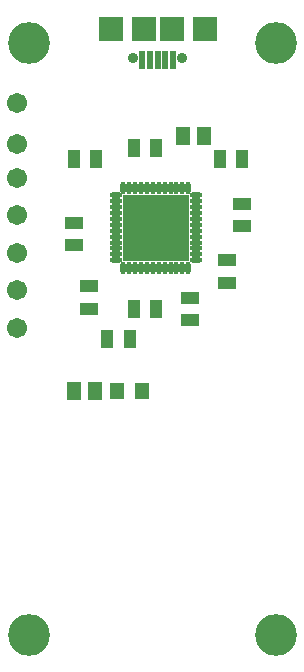
<source format=gts>
G04*
G04 #@! TF.GenerationSoftware,Altium Limited,Altium Designer,20.0.9 (164)*
G04*
G04 Layer_Color=8388736*
%FSLAX25Y25*%
%MOIN*%
G70*
G01*
G75*
%ADD25R,0.05918X0.04343*%
%ADD26R,0.04343X0.05918*%
%ADD27R,0.22335X0.22335*%
%ADD28O,0.04343X0.01784*%
%ADD29O,0.01784X0.04343*%
%ADD30R,0.04540X0.06154*%
%ADD31R,0.05131X0.05524*%
%ADD32R,0.02375X0.06115*%
%ADD33R,0.07887X0.08280*%
%ADD34R,0.08280X0.08280*%
%ADD35C,0.06706*%
%ADD36C,0.03556*%
%ADD37C,0.02769*%
%ADD38C,0.13923*%
D25*
X181250Y246260D02*
D03*
Y253740D02*
D03*
X176250Y234990D02*
D03*
Y227510D02*
D03*
X125000Y240010D02*
D03*
Y247490D02*
D03*
X130000Y226240D02*
D03*
Y218760D02*
D03*
X163750Y222490D02*
D03*
Y215010D02*
D03*
D26*
X152490Y272500D02*
D03*
X145010D02*
D03*
X152490Y218750D02*
D03*
X145010D02*
D03*
X125010Y268750D02*
D03*
X132490D02*
D03*
X173760D02*
D03*
X181240D02*
D03*
X136260Y208750D02*
D03*
X143740D02*
D03*
D27*
X152421Y245787D02*
D03*
D28*
X165709Y256614D02*
D03*
Y254646D02*
D03*
Y252677D02*
D03*
Y250709D02*
D03*
Y248740D02*
D03*
Y246772D02*
D03*
Y244803D02*
D03*
Y242835D02*
D03*
Y240866D02*
D03*
Y238898D02*
D03*
Y236929D02*
D03*
Y234961D02*
D03*
X139134D02*
D03*
Y236929D02*
D03*
Y238898D02*
D03*
Y240866D02*
D03*
Y242835D02*
D03*
Y244803D02*
D03*
Y246772D02*
D03*
Y248740D02*
D03*
Y250709D02*
D03*
Y252677D02*
D03*
Y254646D02*
D03*
Y256614D02*
D03*
D29*
X163248Y232500D02*
D03*
X161279D02*
D03*
X159311D02*
D03*
X157343D02*
D03*
X155374D02*
D03*
X153405D02*
D03*
X151437D02*
D03*
X149469D02*
D03*
X147500D02*
D03*
X145531D02*
D03*
X143563D02*
D03*
X141595D02*
D03*
Y259075D02*
D03*
X143563D02*
D03*
X145531D02*
D03*
X147500D02*
D03*
X149469D02*
D03*
X151437D02*
D03*
X153405D02*
D03*
X155374D02*
D03*
X157343D02*
D03*
X159311D02*
D03*
X161279D02*
D03*
X163248D02*
D03*
D30*
X168445Y276250D02*
D03*
X161555D02*
D03*
X125305Y191250D02*
D03*
X132195D02*
D03*
D31*
X139616D02*
D03*
X147884D02*
D03*
D32*
X150522Y301614D02*
D03*
X153081D02*
D03*
X155640D02*
D03*
X147963D02*
D03*
X158199D02*
D03*
D33*
X137333Y312146D02*
D03*
X168829D02*
D03*
D34*
X148356D02*
D03*
X157805D02*
D03*
D35*
X106250Y212500D02*
D03*
Y225000D02*
D03*
Y237500D02*
D03*
Y250000D02*
D03*
Y262500D02*
D03*
Y273750D02*
D03*
Y287500D02*
D03*
D36*
X144911Y302500D02*
D03*
X161250D02*
D03*
D37*
X143760Y237126D02*
D03*
Y241457D02*
D03*
Y245787D02*
D03*
Y250118D02*
D03*
Y254449D02*
D03*
X148091Y237126D02*
D03*
Y241457D02*
D03*
Y245787D02*
D03*
Y250118D02*
D03*
Y254449D02*
D03*
X152421Y237126D02*
D03*
Y241457D02*
D03*
Y245787D02*
D03*
Y250118D02*
D03*
Y254449D02*
D03*
X156752Y237126D02*
D03*
Y241457D02*
D03*
Y245787D02*
D03*
Y250118D02*
D03*
Y254449D02*
D03*
X161083Y237126D02*
D03*
Y241457D02*
D03*
Y245787D02*
D03*
Y250118D02*
D03*
Y254449D02*
D03*
D38*
X110000Y307500D02*
D03*
X192500D02*
D03*
Y110000D02*
D03*
X110000D02*
D03*
M02*

</source>
